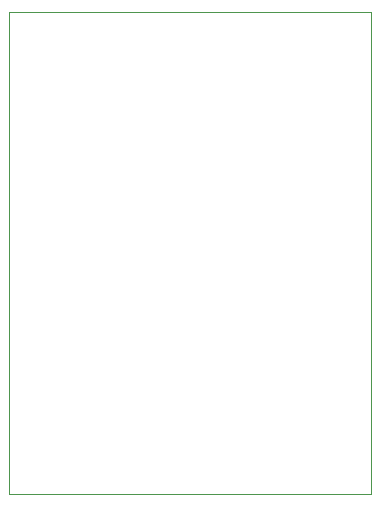
<source format=gko>
G04*
G04 #@! TF.GenerationSoftware,Altium Limited,Altium Designer,20.1.11 (218)*
G04*
G04 Layer_Color=16711935*
%FSLAX25Y25*%
%MOIN*%
G70*
G04*
G04 #@! TF.SameCoordinates,36FDBAD9-5122-4A0A-A9A9-D65628025C9C*
G04*
G04*
G04 #@! TF.FilePolarity,Positive*
G04*
G01*
G75*
%ADD37C,0.00100*%
D37*
X553000Y121000D02*
X553000Y281500D01*
X553000Y121000D02*
X673500D01*
X673500Y281500D02*
X673500Y121000D01*
X553000Y281500D02*
X673500D01*
M02*

</source>
